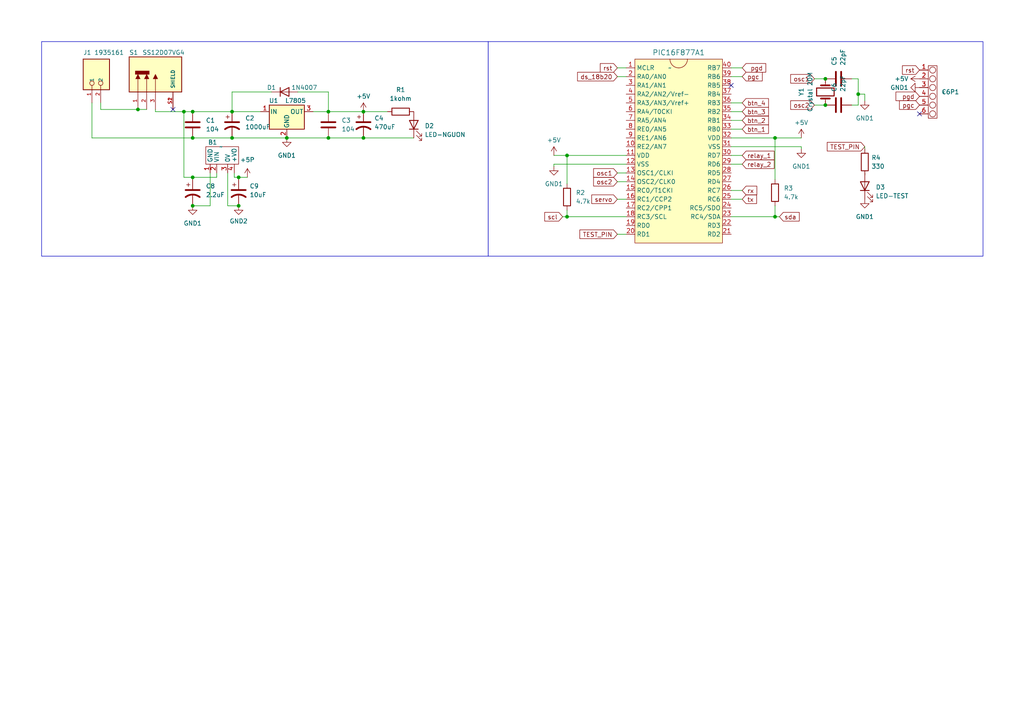
<source format=kicad_sch>
(kicad_sch (version 20230121) (generator eeschema)
  (paper "A4")
  (lib_symbols
    (symbol "Device:C" (pin_numbers hide) (pin_names (offset 0.254))
      (property "Reference" "C" (at 0.635 2.54 0))
      (property "Value" "C" (at 0.635 -2.54 0))
      (symbol "C_0_1"
        (polyline (pts (xy -2.032 -0.762) (xy 2.032 -0.762)) (stroke (width 0.508)))
        (polyline (pts (xy -2.032 0.762) (xy 2.032 0.762)) (stroke (width 0.508)))
      )
      (symbol "C_1_1"
        (pin passive line (at 0 3.81 270) (length 2.794) (name "~") (number "1"))
        (pin passive line (at 0 -3.81 90) (length 2.794) (name "~") (number "2"))
      )
    )
    (symbol "Device:C_Polarized_US" (pin_numbers hide) (pin_names (offset 0.254) hide)
      (property "Reference" "C" (at 0.635 2.54 0))
      (property "Value" "C_Polarized_US" (at 0.635 -2.54 0))
      (symbol "C_Polarized_US_0_1"
        (polyline (pts (xy -2.032 0.762) (xy 2.032 0.762)) (stroke (width 0.508)))
        (polyline (pts (xy -1.778 2.286) (xy -0.762 2.286)))
        (polyline (pts (xy -1.27 1.778) (xy -1.27 2.794)))
        (arc (start 2.032 -1.27) (mid 0 -0.5572) (end -2.032 -1.27) (stroke (width 0.508)))
      )
      (symbol "C_Polarized_US_1_1"
        (pin passive line (at 0 3.81 270) (length 2.794) (name "~") (number "1"))
        (pin passive line (at 0 -3.81 90) (length 3.302) (name "~") (number "2"))
      )
    )
    (symbol "Device:Crystal" (pin_numbers hide) (pin_names (offset 1.016) hide)
      (property "Reference" "Y" (at 0 3.81 0))
      (property "Value" "Crystal" (at 0 -3.81 0))
      (symbol "Crystal_0_1"
        (rectangle (start -1.143 2.54) (end 1.143 -2.54) (stroke (width 0.3048)))
        (polyline (pts (xy -2.54 0) (xy -1.905 0)))
        (polyline (pts (xy -1.905 -1.27) (xy -1.905 1.27)) (stroke (width 0.508)))
        (polyline (pts (xy 1.905 -1.27) (xy 1.905 1.27)) (stroke (width 0.508)))
        (polyline (pts (xy 2.54 0) (xy 1.905 0)))
      )
      (symbol "Crystal_1_1"
        (pin passive line (at -3.81 0 0) (length 1.27) (name "1") (number "1"))
        (pin passive line (at 3.81 0 180) (length 1.27) (name "2") (number "2"))
      )
    )
    (symbol "Device:D" (pin_numbers hide) (pin_names (offset 1.016) hide)
      (property "Reference" "D" (at 0 2.54 0))
      (property "Value" "D" (at 0 -2.54 0))
      (symbol "D_0_1"
        (polyline (pts (xy -1.27 1.27) (xy -1.27 -1.27)) (stroke (width 0.254)))
        (polyline (pts (xy 1.27 0) (xy -1.27 0)))
        (polyline (pts (xy 1.27 1.27) (xy 1.27 -1.27) (xy -1.27 0) (xy 1.27 1.27)) (stroke (width 0.254)))
      )
      (symbol "D_1_1"
        (pin passive line (at -3.81 0 0) (length 2.54) (name "K") (number "1"))
        (pin passive line (at 3.81 0 180) (length 2.54) (name "A") (number "2"))
      )
    )
    (symbol "Device:LED" (pin_numbers hide) (pin_names (offset 1.016) hide)
      (property "Reference" "D" (at 0 2.54 0))
      (property "Value" "LED" (at 0 -2.54 0))
      (symbol "LED_0_1"
        (polyline (pts (xy -1.27 -1.27) (xy -1.27 1.27)) (stroke (width 0.254)))
        (polyline (pts (xy -1.27 0) (xy 1.27 0)))
        (polyline (pts (xy 1.27 -1.27) (xy 1.27 1.27) (xy -1.27 0) (xy 1.27 -1.27)) (stroke (width 0.254)))
        (polyline (pts (xy -3.048 -0.762) (xy -4.572 -2.286) (xy -3.81 -2.286) (xy -4.572 -2.286) (xy -4.572 -1.524)))
        (polyline (pts (xy -1.778 -0.762) (xy -3.302 -2.286) (xy -2.54 -2.286) (xy -3.302 -2.286) (xy -3.302 -1.524)))
      )
      (symbol "LED_1_1"
        (pin passive line (at -3.81 0 0) (length 2.54) (name "K") (number "1"))
        (pin passive line (at 3.81 0 180) (length 2.54) (name "A") (number "2"))
      )
    )
    (symbol "Device:R" (pin_numbers hide) (pin_names (offset 0))
      (property "Reference" "R" (at 2.032 0 90))
      (property "Value" "R" (at 0 0 90))
      (symbol "R_0_1"
        (rectangle (start -1.016 -2.54) (end 1.016 2.54) (stroke (width 0.254)))
      )
      (symbol "R_1_1"
        (pin passive line (at 0 3.81 270) (length 1.27) (name "~") (number "1"))
        (pin passive line (at 0 -3.81 90) (length 1.27) (name "~") (number "2"))
      )
    )
    (symbol "Library_Thuan_V2:1935161" (pin_names (offset 1.016))
      (property "Reference" "J" (at -2.54 3.302 0))
      (property "Value" "1935161" (at -2.54 -7.62 0))
      (symbol "1935161_0_0"
        (rectangle (start -3.81 2.54) (end 5.08 -5.08) (stroke (width 0.254)) (fill (type background)))
        (circle (center -1.905 -2.54) (radius 0.635) (stroke (width 0.1524)))
        (circle (center -1.905 0) (radius 0.635) (stroke (width 0.1524)))
        (pin passive line (at -7.62 0 0) (length 5.08) (name "1") (number "1"))
        (pin passive line (at -7.62 -2.54 0) (length 5.08) (name "2") (number "2"))
      )
    )
    (symbol "Library_Thuan_V2:SS12D07VG4" (pin_names (offset 1.016))
      (property "Reference" "S" (at -5.08 8.89 0))
      (property "Value" "SS12D07VG4" (at -5.08 -8.89 0))
      (symbol "SS12D07VG4_0_0"
        (rectangle (start -5.08 -7.62) (end 5.08 7.62) (stroke (width 0.254)) (fill (type background)))
        (polyline (pts (xy -5.08 0) (xy -1.27 0)) (stroke (width 0.1524)))
        (polyline (pts (xy -5.08 2.54) (xy -1.27 2.54)) (stroke (width 0.1524)))
        (polyline (pts (xy -5.08 5.08) (xy -1.27 5.08)) (stroke (width 0.1524)))
        (polyline (pts (xy -1.27 0.635) (xy -1.27 -0.635) (xy 0 0) (xy -1.27 0.635)) (stroke (width 0.1524)) (fill (type outline)))
        (polyline (pts (xy -1.27 3.175) (xy -1.27 1.905) (xy 0 2.54) (xy -1.27 3.175)) (stroke (width 0.1524)) (fill (type outline)))
        (polyline (pts (xy -1.27 5.715) (xy -1.27 4.445) (xy 0 5.08) (xy -1.27 5.715)) (stroke (width 0.1524)) (fill (type outline)))
        (polyline (pts (xy 0 5.842) (xy 0 1.778) (xy 1.016 1.778) (xy 1.016 5.842) (xy 0 5.842)) (stroke (width 0.0254)) (fill (type outline)))
        (pin passive line (at -10.16 5.08 0) (length 5.08) (name "~") (number "1"))
        (pin passive line (at -10.16 2.54 0) (length 5.08) (name "~") (number "2"))
        (pin passive line (at -10.16 0 0) (length 5.08) (name "~") (number "3"))
        (pin passive line (at -10.16 -5.08 0) (length 5.08) (name "SHIELD") (number "S1"))
        (pin passive line (at -10.16 -5.08 0) (length 5.08) (name "SHIELD") (number "S2"))
      )
    )
    (symbol "Regulator_Linear:L7805" (pin_names (offset 0.254))
      (property "Reference" "U" (at -3.81 3.175 0))
      (property "Value" "L7805" (at 0 3.175 0))
      (symbol "L7805_0_1"
        (rectangle (start -5.08 1.905) (end 5.08 -5.08) (stroke (width 0.254)) (fill (type background)))
      )
      (symbol "L7805_1_1"
        (pin power_in line (at -7.62 0 0) (length 2.54) (name "IN") (number "1"))
        (pin power_in line (at 0 -7.62 90) (length 2.54) (name "GND") (number "2"))
        (pin power_out line (at 7.62 0 180) (length 2.54) (name "OUT") (number "3"))
      )
    )
    (symbol "library_thuan:B1205S-1WR3"
      (property "Reference" "B" (at 0 1.27 0))
      (symbol "B1205S-1WR3_0_1"
        (rectangle (start -4.445 0) (end 5.08 -5.08))
      )
      (symbol "B1205S-1WR3_1_1"
        (pin power_in line (at -3.175 -7.62 90) (length 2.54) (name "GND") (number "1"))
        (pin power_in line (at -1.27 -7.62 90) (length 2.54) (name "VIN") (number "2"))
        (pin power_out line (at 1.905 -7.62 90) (length 2.54) (name "0V") (number "3"))
        (pin power_out line (at 3.81 -7.62 90) (length 2.54) (name "+VO") (number "4"))
      )
    )
    (symbol "library_thuan:CONNECT_6PIN"
      (property "Reference" "C6P" (at 0 0 0))
      (symbol "CONNECT_6PIN_0_1"
        (rectangle (start -7.62 -1.905) (end 7.62 -4.445))
        (circle (center -6.35 -3.175) (radius 0.898))
        (circle (center -3.81 -3.175) (radius 0.898))
        (circle (center -1.27 -3.175) (radius 0.898))
        (circle (center 1.27 -3.175) (radius 0.898))
        (circle (center 3.81 -3.175) (radius 0.898))
        (circle (center 6.35 -3.175) (radius 0.898))
      )
      (symbol "CONNECT_6PIN_1_1"
        (pin input line (at -6.35 -6.985 90) (length 2.54) (name "") (number "1"))
        (pin input line (at -3.81 -6.985 90) (length 2.54) (name "") (number "2"))
        (pin input line (at -1.27 -6.985 90) (length 2.54) (name "") (number "3"))
        (pin input line (at 1.27 -6.985 90) (length 2.54) (name "") (number "4"))
        (pin input line (at 3.81 -6.985 90) (length 2.54) (name "") (number "5"))
        (pin input line (at 6.35 -6.985 90) (length 2.54) (name "") (number "6"))
      )
    )
    (symbol "library_thuan:pic16f877a"
      (property "Reference" "PIC16F877A" (at 5.08 -20.32 90))
      (symbol "pic16f877a_1_1"
        (rectangle (start -7.62 2.54) (end 17.78 -50.8) (fill (type background)))
        (arc (start 2.54 2.54) (mid 3.2839 0.7439) (end 5.08 0))
        (arc (start 5.08 0) (mid 6.8761 0.7439) (end 7.62 2.54))
        (pin input line (at -10.16 0 0) (length 2.54) (name "MCLR") (number "1"))
        (pin bidirectional line (at -10.16 -22.86 0) (length 2.54) (name "RE2/AN7") (number "10"))
        (pin power_out line (at -10.16 -25.4 0) (length 2.54) (name "VDD") (number "11"))
        (pin power_in line (at -10.16 -27.94 0) (length 2.54) (name "VSS") (number "12"))
        (pin bidirectional line (at -10.16 -30.48 0) (length 2.54) (name "OSC1/CLKI") (number "13"))
        (pin bidirectional line (at -10.16 -33.02 0) (length 2.54) (name "OSC2/CLK0") (number "14"))
        (pin bidirectional line (at -10.16 -35.56 0) (length 2.54) (name "RC0/T1CKI") (number "15"))
        (pin bidirectional line (at -10.16 -38.1 0) (length 2.54) (name "RC1/CCP2") (number "16"))
        (pin bidirectional line (at -10.16 -40.64 0) (length 2.54) (name "RC2/CPP1") (number "17"))
        (pin bidirectional line (at -10.16 -43.18 0) (length 2.54) (name "RC3/SCL") (number "18"))
        (pin bidirectional line (at -10.16 -45.72 0) (length 2.54) (name "RD0") (number "19"))
        (pin bidirectional line (at -10.16 -2.54 0) (length 2.54) (name "RA0/AN0") (number "2"))
        (pin bidirectional line (at -10.16 -48.26 0) (length 2.54) (name "RD1") (number "20"))
        (pin bidirectional line (at 20.32 -48.26 180) (length 2.54) (name "RD2") (number "21"))
        (pin bidirectional line (at 20.32 -45.72 180) (length 2.54) (name "RD3") (number "22"))
        (pin bidirectional line (at 20.32 -43.18 180) (length 2.54) (name "RC4/SDA") (number "23"))
        (pin bidirectional line (at 20.32 -40.64 180) (length 2.54) (name "RC5/SDO") (number "24"))
        (pin bidirectional line (at 20.32 -38.1 180) (length 2.54) (name "RC6") (number "25"))
        (pin bidirectional line (at 20.32 -35.56 180) (length 2.54) (name "RC7") (number "26"))
        (pin bidirectional line (at 20.32 -33.02 180) (length 2.54) (name "RD4") (number "27"))
        (pin bidirectional line (at 20.32 -30.48 180) (length 2.54) (name "RD5") (number "28"))
        (pin bidirectional line (at 20.32 -27.94 180) (length 2.54) (name "RD6") (number "29"))
        (pin bidirectional line (at -10.16 -5.08 0) (length 2.54) (name "RA1/AN1") (number "3"))
        (pin bidirectional line (at 20.32 -25.4 180) (length 2.54) (name "RD7") (number "30"))
        (pin power_in line (at 20.32 -22.86 180) (length 2.54) (name "VSS") (number "31"))
        (pin power_out line (at 20.32 -20.32 180) (length 2.54) (name "VDD") (number "32"))
        (pin bidirectional line (at 20.32 -17.78 180) (length 2.54) (name "RB0") (number "33"))
        (pin bidirectional line (at 20.32 -15.24 180) (length 2.54) (name "RB1") (number "34"))
        (pin bidirectional line (at 20.32 -12.7 180) (length 2.54) (name "RB2") (number "35"))
        (pin bidirectional line (at 20.32 -10.16 180) (length 2.54) (name "RB3") (number "36"))
        (pin bidirectional line (at 20.32 -7.62 180) (length 2.54) (name "RB4") (number "37"))
        (pin bidirectional line (at 20.32 -5.08 180) (length 2.54) (name "RB5") (number "38"))
        (pin bidirectional line (at 20.32 -2.54 180) (length 2.54) (name "RB6") (number "39"))
        (pin bidirectional line (at -10.16 -7.62 0) (length 2.54) (name "RA2/AN2/Vref-") (number "4"))
        (pin bidirectional line (at 20.32 0 180) (length 2.54) (name "RB7") (number "40"))
        (pin bidirectional line (at -10.16 -10.16 0) (length 2.54) (name "RA3/AN3/Vref+") (number "5"))
        (pin bidirectional line (at -10.16 -12.7 0) (length 2.54) (name "RA4/T0CKI") (number "6"))
        (pin bidirectional line (at -10.16 -15.24 0) (length 2.54) (name "RA5/AN4") (number "7"))
        (pin bidirectional line (at -10.16 -17.78 0) (length 2.54) (name "RE0/AN5") (number "8"))
        (pin bidirectional line (at -10.16 -20.32 0) (length 2.54) (name "RE1/AN6") (number "9"))
      )
    )
    (symbol "power:+5P" (power) (pin_names (offset 0))
      (property "Value" "+5P" (at 0 3.556 0))
      (symbol "+5P_0_1"
        (polyline (pts (xy -0.762 1.27) (xy 0 2.54)))
        (polyline (pts (xy 0 0) (xy 0 2.54)))
        (polyline (pts (xy 0 2.54) (xy 0.762 1.27)))
      )
      (symbol "+5P_1_1"
        (pin power_in line (at 0 0 90) (length 0) hide (name "+5P") (number "1"))
      )
    )
    (symbol "power:+5V" (power) (pin_names (offset 0))
      (property "Value" "+5V" (at 0 3.556 0))
      (symbol "+5V_0_1"
        (polyline (pts (xy -0.762 1.27) (xy 0 2.54)))
        (polyline (pts (xy 0 0) (xy 0 2.54)))
        (polyline (pts (xy 0 2.54) (xy 0.762 1.27)))
      )
      (symbol "+5V_1_1"
        (pin power_in line (at 0 0 90) (length 0) hide (name "+5V") (number "1"))
      )
    )
    (symbol "power:GND1" (power) (pin_names (offset 0))
      (property "Value" "GND1" (at 0 -3.81 0))
      (symbol "GND1_0_1"
        (polyline (pts (xy 0 0) (xy 0 -1.27) (xy 1.27 -1.27) (xy 0 -2.54) (xy -1.27 -1.27) (xy 0 -1.27)))
      )
      (symbol "GND1_1_1"
        (pin power_in line (at 0 0 270) (length 0) hide (name "GND1") (number "1"))
      )
    )
    (symbol "power:GND2" (power) (pin_names (offset 0))
      (property "Value" "GND2" (at 0 -3.81 0))
      (symbol "GND2_0_1"
        (polyline (pts (xy 0 0) (xy 0 -1.27) (xy 1.27 -1.27) (xy 0 -2.54) (xy -1.27 -1.27) (xy 0 -1.27)))
      )
      (symbol "GND2_1_1"
        (pin power_in line (at 0 0 270) (length 0) hide (name "GND2") (number "1"))
      )
    )
  )
  (junction (at 69.215 59.69))
  (junction (at 69.215 51.435))
  (junction (at 40.005 31.75))
  (junction (at 55.88 59.69))
  (junction (at 83.185 40.005))
  (junction (at 105.41 40.005))
  (junction (at 224.79 40.005))
  (junction (at 164.465 45.085))
  (junction (at 239.395 30.48))
  (junction (at 105.41 32.385))
  (junction (at 248.92 27.305))
  (junction (at 67.31 32.385))
  (junction (at 67.31 40.005))
  (junction (at 53.34 32.385))
  (junction (at 55.88 40.005))
  (junction (at 55.88 32.385))
  (junction (at 224.79 62.865))
  (junction (at 95.25 32.385))
  (junction (at 55.88 51.435))
  (junction (at 95.25 40.005))
  (junction (at 239.395 22.86))
  (junction (at 164.465 62.865))
  (no_connect (at 212.09 24.765))
  (no_connect (at 266.7 33.02))
  (no_connect (at 50.165 31.75))
  (wire (pts (xy 67.945 51.435) (xy 67.945 50.165)))
  (wire (pts (xy 250.825 27.305) (xy 248.92 27.305)))
  (wire (pts (xy 66.04 50.165) (xy 66.04 59.69)))
  (wire (pts (xy 90.805 32.385) (xy 95.25 32.385)))
  (wire (pts (xy 26.67 40.005) (xy 55.88 40.005)))
  (wire (pts (xy 250.825 29.21) (xy 250.825 27.305)))
  (wire (pts (xy 66.04 59.69) (xy 69.215 59.69)))
  (wire (pts (xy 62.865 51.435) (xy 55.88 51.435)))
  (wire (pts (xy 29.21 31.75) (xy 40.005 31.75)))
  (wire (pts (xy 95.25 26.67) (xy 86.36 26.67)))
  (wire (pts (xy 179.07 19.685) (xy 181.61 19.685)))
  (wire (pts (xy 212.09 40.005) (xy 224.79 40.005)))
  (wire (pts (xy 45.085 32.385) (xy 53.34 32.385)))
  (wire (pts (xy 212.09 34.925) (xy 215.265 34.925)))
  (wire (pts (xy 105.41 32.385) (xy 112.395 32.385)))
  (wire (pts (xy 212.09 57.785) (xy 215.265 57.785)))
  (wire (pts (xy 60.96 59.69) (xy 55.88 59.69)))
  (wire (pts (xy 45.085 31.75) (xy 45.085 32.385)))
  (wire (pts (xy 67.31 26.67) (xy 67.31 32.385)))
  (wire (pts (xy 69.215 51.435) (xy 69.215 52.07)))
  (wire (pts (xy 163.195 62.865) (xy 164.465 62.865)))
  (wire (pts (xy 29.21 29.845) (xy 29.21 31.75)))
  (wire (pts (xy 71.755 51.435) (xy 69.215 51.435)))
  (wire (pts (xy 247.015 22.86) (xy 248.92 22.86)))
  (wire (pts (xy 248.92 27.305) (xy 248.92 30.48)))
  (wire (pts (xy 212.09 32.385) (xy 215.265 32.385)))
  (wire (pts (xy 55.88 32.385) (xy 67.31 32.385)))
  (wire (pts (xy 62.865 50.165) (xy 62.865 51.435)))
  (wire (pts (xy 105.41 40.005) (xy 120.015 40.005)))
  (wire (pts (xy 215.265 47.625) (xy 212.09 47.625)))
  (wire (pts (xy 53.34 32.385) (xy 53.34 51.435)))
  (wire (pts (xy 53.34 32.385) (xy 55.88 32.385)))
  (wire (pts (xy 232.41 42.545) (xy 232.41 43.18)))
  (wire (pts (xy 212.09 37.465) (xy 215.265 37.465)))
  (wire (pts (xy 224.79 40.005) (xy 224.79 52.07)))
  (wire (pts (xy 78.74 26.67) (xy 67.31 26.67)))
  (wire (pts (xy 248.92 22.86) (xy 248.92 27.305)))
  (wire (pts (xy 212.09 29.845) (xy 215.265 29.845)))
  (wire (pts (xy 164.465 60.96) (xy 164.465 62.865)))
  (wire (pts (xy 212.09 55.245) (xy 215.265 55.245)))
  (wire (pts (xy 95.25 32.385) (xy 105.41 32.385)))
  (wire (pts (xy 164.465 45.085) (xy 164.465 53.34)))
  (wire (pts (xy 236.22 22.86) (xy 239.395 22.86)))
  (wire (pts (xy 236.22 30.48) (xy 239.395 30.48)))
  (wire (pts (xy 83.185 40.005) (xy 95.25 40.005)))
  (wire (pts (xy 160.655 47.625) (xy 160.655 48.26)))
  (wire (pts (xy 164.465 45.085) (xy 181.61 45.085)))
  (wire (pts (xy 247.015 30.48) (xy 248.92 30.48)))
  (wire (pts (xy 212.09 62.865) (xy 224.79 62.865)))
  (wire (pts (xy 215.265 45.085) (xy 212.09 45.085)))
  (wire (pts (xy 179.07 22.225) (xy 181.61 22.225)))
  (wire (pts (xy 224.79 40.005) (xy 232.41 40.005)))
  (wire (pts (xy 26.67 29.845) (xy 26.67 40.005)))
  (wire (pts (xy 215.265 22.225) (xy 212.09 22.225)))
  (wire (pts (xy 179.07 50.165) (xy 181.61 50.165)))
  (wire (pts (xy 250.825 50.8) (xy 250.825 50.165)))
  (wire (pts (xy 95.25 32.385) (xy 95.25 26.67)))
  (wire (pts (xy 67.31 40.005) (xy 83.185 40.005)))
  (wire (pts (xy 179.07 67.945) (xy 181.61 67.945)))
  (wire (pts (xy 60.96 50.165) (xy 60.96 59.69)))
  (wire (pts (xy 224.79 59.69) (xy 224.79 62.865)))
  (wire (pts (xy 160.655 45.085) (xy 164.465 45.085)))
  (wire (pts (xy 250.825 43.18) (xy 250.825 42.545)))
  (wire (pts (xy 55.88 51.435) (xy 55.88 52.07)))
  (wire (pts (xy 181.61 47.625) (xy 160.655 47.625)))
  (wire (pts (xy 67.31 32.385) (xy 75.565 32.385)))
  (wire (pts (xy 212.09 42.545) (xy 232.41 42.545)))
  (wire (pts (xy 55.88 51.435) (xy 53.34 51.435)))
  (wire (pts (xy 40.005 31.75) (xy 42.545 31.75)))
  (wire (pts (xy 164.465 62.865) (xy 181.61 62.865)))
  (wire (pts (xy 67.945 51.435) (xy 69.215 51.435)))
  (wire (pts (xy 215.265 19.685) (xy 212.09 19.685)))
  (wire (pts (xy 95.25 40.005) (xy 105.41 40.005)))
  (wire (pts (xy 179.07 52.705) (xy 181.61 52.705)))
  (wire (pts (xy 55.88 40.005) (xy 67.31 40.005)))
  (wire (pts (xy 224.79 62.865) (xy 226.06 62.865)))
  (wire (pts (xy 179.07 57.785) (xy 181.61 57.785)))
  (rectangle (start 141.605 12.065) (end 285.115 74.295))
  (rectangle (start 12.065 12.065) (end 141.605 74.295))
  (global_label "btn_2" (shape input) (at 215.265 34.925 0) (property "Intersheetrefs" "${INTERSHEET_REFS}" (effects hide)))
  (global_label "servo" (shape input) (at 179.07 57.785 180) (property "Intersheetrefs" "${INTERSHEET_REFS}" (effects hide)))
  (global_label "osc1" (shape input) (at 236.22 22.86 180) (property "Intersheetrefs" "${INTERSHEET_REFS}" (effects hide)))
  (global_label "scl" (shape input) (at 163.195 62.865 180) (property "Intersheetrefs" "${INTERSHEET_REFS}" (effects hide)))
  (global_label " pgd" (shape input) (at 266.7 27.94 180) (property "Intersheetrefs" "${INTERSHEET_REFS}" (effects hide)))
  (global_label "rst" (shape input) (at 179.07 19.685 180) (property "Intersheetrefs" "${INTERSHEET_REFS}" (effects hide)))
  (global_label "tx" (shape input) (at 215.265 57.785 0) (property "Intersheetrefs" "${INTERSHEET_REFS}" (effects hide)))
  (global_label "osc1" (shape input) (at 179.07 50.165 180) (property "Intersheetrefs" "${INTERSHEET_REFS}" (effects hide)))
  (global_label " pgd" (shape input) (at 215.265 19.685 0) (property "Intersheetrefs" "${INTERSHEET_REFS}" (effects hide)))
  (global_label "pgc" (shape input) (at 215.265 22.225 0) (property "Intersheetrefs" "${INTERSHEET_REFS}" (effects hide)))
  (global_label "osc2" (shape input) (at 236.22 30.48 180) (property "Intersheetrefs" "${INTERSHEET_REFS}" (effects hide)))
  (global_label "btn_1" (shape input) (at 215.265 37.465 0) (property "Intersheetrefs" "${INTERSHEET_REFS}" (effects hide)))
  (global_label "TEST_PIN" (shape input) (at 250.825 42.545 180) (property "Intersheetrefs" "${INTERSHEET_REFS}" (effects hide)))
  (global_label "ds_18b20" (shape input) (at 179.07 22.225 180) (property "Intersheetrefs" "${INTERSHEET_REFS}" (effects hide)))
  (global_label "rst" (shape input) (at 266.7 20.32 180) (property "Intersheetrefs" "${INTERSHEET_REFS}" (effects hide)))
  (global_label "pgc" (shape input) (at 266.7 30.48 180) (property "Intersheetrefs" "${INTERSHEET_REFS}" (effects hide)))
  (global_label "TEST_PIN" (shape input) (at 179.07 67.945 180) (property "Intersheetrefs" "${INTERSHEET_REFS}" (effects hide)))
  (global_label "sda" (shape input) (at 226.06 62.865 0) (property "Intersheetrefs" "${INTERSHEET_REFS}" (effects hide)))
  (global_label "rx" (shape input) (at 215.265 55.245 0) (property "Intersheetrefs" "${INTERSHEET_REFS}" (effects hide)))
  (global_label "btn_4" (shape input) (at 215.265 29.845 0) (property "Intersheetrefs" "${INTERSHEET_REFS}" (effects hide)))
  (global_label "relay_2" (shape input) (at 215.265 47.625 0) (property "Intersheetrefs" "${INTERSHEET_REFS}" (effects hide)))
  (global_label "relay_1" (shape input) (at 215.265 45.085 0) (property "Intersheetrefs" "${INTERSHEET_REFS}" (effects hide)))
  (global_label "osc2" (shape input) (at 179.07 52.705 180) (property "Intersheetrefs" "${INTERSHEET_REFS}" (effects hide)))
  (global_label "btn_3" (shape input) (at 215.265 32.385 0) (property "Intersheetrefs" "${INTERSHEET_REFS}" (effects hide)))
  (symbol (lib_id "Library_Thuan_V2:1935161") (at 26.67 22.225 90) (unit 1)
    (property "Reference" "J1" (at 24.13 15.24 90) (effects (justify right)))
    (property "Value" "1935161" (at 27.305 15.24 90) (effects (justify right)))
    (property "Footprint" "Library_Thuan_V2:PHOENIX_1935161" (effects hide))
    (property "Datasheet" "https://www.thegioiic.com/kf128-2-v-domino-2-chan-thang-5mm-300v-10a-han-pcb-loai-tot" (effects hide))
    (property "MF" "Phoenix Contact" (effects hide))
    (property "MAXIMUM_PACKAGE_HEIGHT" "11.45mm" (effects hide))
    (property "Package" "None" (effects hide))
    (property "Price" "None" (effects hide))
    (property "Check_prices" "https://www.snapeda.com/parts/1935161/Phoenix+Contact/view-part/?ref=eda" (effects hide))
    (property "STANDARD" "Manufacturer Recommendations" (effects hide))
    (property "PARTREV" "14.12.2022" (effects hide))
    (property "SnapEDA_Link" "https://www.snapeda.com/parts/1935161/Phoenix+Contact/view-part/?ref=snap" (effects hide))
    (property "MP" "1935161" (effects hide))
    (property "Description" "\nPCB Terminal Screw 5mm 16AWG 400V 17.5A 2 Position COMBICON PT Series | Phoenix Contact 1935161\n" (effects hide))
    (property "Availability" "In Stock" (effects hide))
    (property "MANUFACTURER" "Phoenix Contact" (effects hide))
  )
  (symbol (lib_id "power:GND1") (at 83.185 40.005 0) (unit 1)
    (property "Reference" "#PWR02" (effects hide))
    (property "Value" "GND1" (at 83.185 45.085 0))
  )
  (symbol (lib_id "library_thuan:CONNECT_6PIN") (at 273.685 26.67 270) (unit 1)
    (property "Reference" "C6P1" (at 273.05 26.67 90) (effects (justify left)))
    (property "Value" "~" (at 273.685 26.67 0))
    (property "Footprint" "Library_Thuan_V2:CONNECT_6PIN" (effects hide))
  )
  (symbol (lib_id "power:GND1") (at 160.655 48.26 0) (unit 1)
    (property "Reference" "#PWR04" (effects hide))
    (property "Value" "GND1" (at 160.655 53.34 0))
  )
  (symbol (lib_id "Device:R") (at 116.205 32.385 90) (unit 1)
    (property "Reference" "R1" (at 116.205 26.035 90))
    (property "Value" "1kohm" (at 116.205 28.575 90))
    (property "Footprint" "Library_Thuan_V2:RES_DEFAULT" (effects hide))
    (property "Datasheet" "https://www.thegioiic.com/dien-tro-1-kohm-1-4w-5-4-vong-mau" (effects hide))
  )
  (symbol (lib_id "Library_Thuan_V2:SS12D07VG4") (at 45.085 21.59 90) (unit 1)
    (property "Reference" "S1" (at 37.465 15.24 90) (effects (justify right)))
    (property "Value" "SS12D07VG4" (at 41.275 15.24 90) (effects (justify right)))
    (property "Footprint" "Library_Thuan_V2:SW_SS12D07VG4" (effects hide))
    (property "Datasheet" "https://www.thegioiic.com/ss-12d07vg4-cong-tac-truot-5-chan-xuyen-lo-on-on-2p2t-0-5a" (effects hide))
    (property "MF" "Shouhan" (effects hide))
    (property "MAXIMUM_PACKAGE_HEIGHT" "8.7mm" (effects hide))
    (property "Package" "Package" (effects hide))
    (property "Price" "None" (effects hide))
    (property "Check_prices" "https://www.snapeda.com/parts/SS12D07VG4/Shouhan/view-part/?ref=eda" (effects hide))
    (property "STANDARD" "Manufacturer Recommendations" (effects hide))
    (property "PARTREV" "1" (effects hide))
    (property "SnapEDA_Link" "https://www.snapeda.com/parts/SS12D07VG4/Shouhan/view-part/?ref=snap" (effects hide))
    (property "MP" "SS12D07VG4" (effects hide))
    (property "Description" "\nSwitch Slide ON ON SPDT Top Slide 0.3A 30VDC PC Pins Bracket Mount/Through Hole Automotive Bulk\n" (effects hide))
    (property "Availability" "Not in stock" (effects hide))
    (property "MANUFACTURER" "Shouhan" (effects hide))
  )
  (symbol (lib_id "Device:C_Polarized_US") (at 55.88 55.88 0) (unit 1)
    (property "Reference" "C8" (at 59.69 53.975 0) (effects (justify left)))
    (property "Value" "2.2uF" (at 59.69 56.515 0) (effects (justify left)))
    (property "Footprint" "Library_Thuan_V2:CAP_2.2uF" (effects hide))
    (property "Datasheet" "https://www.thegioiic.com/tu-hoa-2-2uf-50v-4x7mm-xuyen-lo" (effects hide))
  )
  (symbol (lib_id "power:GND1") (at 250.825 29.21 0) (unit 1)
    (property "Reference" "#PWR07" (effects hide))
    (property "Value" "GND1" (at 250.825 34.29 0))
  )
  (symbol (lib_id "power:GND2") (at 69.215 59.69 0) (unit 1)
    (property "Reference" "#PWR036" (effects hide))
    (property "Value" "GND2" (at 69.215 64.135 0))
  )
  (symbol (lib_id "Device:C_Polarized_US") (at 105.41 36.195 0) (unit 1)
    (property "Reference" "C4" (at 108.585 34.29 0) (effects (justify left)))
    (property "Value" "470uF" (at 108.585 36.83 0) (effects (justify left)))
    (property "Footprint" "Library_Thuan_V2:CAP_470uF" (effects hide))
    (property "Datasheet" "https://www.thegioiic.com/tu-hoa-470uf-25v-8x12mm-xuyen-lo" (effects hide))
  )
  (symbol (lib_id "Device:C_Polarized_US") (at 69.215 55.88 0) (unit 1)
    (property "Reference" "C9" (at 72.39 53.975 0) (effects (justify left)))
    (property "Value" "10uF" (at 72.39 56.515 0) (effects (justify left)))
    (property "Footprint" "Library_Thuan_V2:CAP_10uF" (effects hide))
    (property "Datasheet" "https://www.thegioiic.com/tu-hoa-10uf-16v-4x7mm-xuyen-lo" (effects hide))
  )
  (symbol (lib_id "power:+5V") (at 232.41 40.005 0) (unit 1)
    (property "Reference" "#PWR05" (effects hide))
    (property "Value" "+5V" (at 232.41 35.56 0))
  )
  (symbol (lib_id "Regulator_Linear:L7805") (at 83.185 32.385 0) (unit 1)
    (property "Reference" "U1" (at 79.375 29.21 0))
    (property "Value" "L7805" (at 85.725 29.21 0))
    (property "Footprint" "L7805:TO255P1020X450X2000-3" (effects hide))
    (property "Datasheet" "http://www.st.com/content/ccc/resource/technical/document/datasheet/41/4f/b3/b0/12/d4/47/88/CD00000444.pdf/files/CD00000444.pdf/jcr:content/translations/en.CD00000444.pdf" (effects hide))
  )
  (symbol (lib_id "Device:C") (at 55.88 36.195 0) (unit 1)
    (property "Reference" "C1" (at 59.69 34.925 0) (effects (justify left)))
    (property "Value" "104" (at 59.69 37.465 0) (effects (justify left)))
    (property "Footprint" "Library_Thuan_V2:CAP_104" (effects hide))
    (property "Datasheet" "https://www.thegioiic.com/tu-gom-tron-100nf-0-1uf-50v" (effects hide))
  )
  (symbol (lib_id "library_thuan:B1205S-1WR3") (at 64.135 42.545 0) (unit 1)
    (property "Reference" "B1" (at 60.325 41.275 0) (effects (justify left)))
    (property "Value" "~" (at 64.135 42.545 0))
    (property "Footprint" "Library_Thuan_V2:B1205S-1WR3_12_5V" (effects hide))
    (property "Datasheet" "https://www.thegioiic.com/b1205s-1wr3-chuyen-doi-dc-dc-vao-12v-ra-5v-1w" (effects hide))
  )
  (symbol (lib_id "Device:Crystal") (at 239.395 26.67 90) (unit 1)
    (property "Reference" "Y1" (at 232.41 26.67 0))
    (property "Value" "Crystal 20M" (at 234.95 26.67 0))
    (property "Footprint" "Library_Thuan_V2:crytal_20M" (effects hide))
    (property "Datasheet" "https://www.thegioiic.com/thach-anh-20mhz-2-chan-dip-hc49-s" (effects hide))
  )
  (symbol (lib_id "Device:C") (at 243.205 30.48 90) (unit 1)
    (property "Reference" "C6" (at 241.935 26.67 0) (effects (justify left)))
    (property "Value" "22pF" (at 244.475 26.67 0) (effects (justify left)))
    (property "Footprint" "Library_Thuan_V2:CAP_104" (effects hide))
    (property "Datasheet" "https://www.thegioiic.com/tu-gom-tron-22pf-50v" (effects hide))
  )
  (symbol (lib_id "power:+5P") (at 71.755 51.435 0) (unit 1)
    (property "Reference" "#PWR037" (effects hide))
    (property "Value" "+5P" (at 71.755 46.355 0))
  )
  (symbol (lib_id "power:+5V") (at 160.655 45.085 0) (unit 1)
    (property "Reference" "#PWR03" (effects hide))
    (property "Value" "+5V" (at 160.655 40.64 0))
  )
  (symbol (lib_id "Device:R") (at 224.79 55.88 0) (unit 1)
    (property "Reference" "R3" (at 227.33 54.61 0) (effects (justify left)))
    (property "Value" "4.7k" (at 227.33 57.15 0) (effects (justify left)))
    (property "Footprint" "Library_Thuan_V2:RES_DEFAULT" (effects hide))
    (property "Datasheet" "https://www.thegioiic.com/dien-tro-4-7-kohm-1-4w-1-5-vong-mau" (effects hide))
  )
  (symbol (lib_id "Device:C") (at 95.25 36.195 0) (unit 1)
    (property "Reference" "C3" (at 99.06 34.925 0) (effects (justify left)))
    (property "Value" "104" (at 99.06 37.465 0) (effects (justify left)))
    (property "Footprint" "Library_Thuan_V2:CAP_104" (effects hide))
    (property "Datasheet" "https://www.thegioiic.com/tu-gom-tron-100nf-0-1uf-50v" (effects hide))
  )
  (symbol (lib_id "Device:LED") (at 120.015 36.195 90) (unit 1)
    (property "Reference" "D2" (at 123.19 36.5125 90) (effects (justify right)))
    (property "Value" "LED-NGUON" (at 123.19 39.0525 90) (effects (justify right)))
    (property "Footprint" "Library_Thuan_V2:LED_5MM" (effects hide))
    (property "Datasheet" "https://www.thegioiic.com/led-xanh-duong-5mm-chan-dai" (effects hide))
  )
  (symbol (lib_id "Device:R") (at 250.825 46.99 0) (unit 1)
    (property "Reference" "R4" (at 252.73 45.72 0) (effects (justify left)))
    (property "Value" "330" (at 252.73 48.26 0) (effects (justify left)))
    (property "Footprint" "Library_Thuan_V2:RES_DEFAULT" (effects hide))
    (property "Datasheet" "https://www.thegioiic.com/dien-tro-4-7-kohm-1-4w-1-5-vong-mau" (effects hide))
  )
  (symbol (lib_id "Device:R") (at 164.465 57.15 0) (unit 1)
    (property "Reference" "R2" (at 167.005 55.88 0) (effects (justify left)))
    (property "Value" "4.7k" (at 167.005 58.42 0) (effects (justify left)))
    (property "Footprint" "Library_Thuan_V2:RES_DEFAULT" (effects hide))
    (property "Datasheet" "https://www.thegioiic.com/dien-tro-4-7-kohm-1-4w-1-5-vong-mau" (effects hide))
  )
  (symbol (lib_id "Device:C_Polarized_US") (at 67.31 36.195 0) (unit 1)
    (property "Reference" "C2" (at 71.12 34.29 0) (effects (justify left)))
    (property "Value" "1000uF" (at 71.12 36.83 0) (effects (justify left)))
    (property "Footprint" "Library_Thuan_V2:CAP_1000uF" (effects hide))
    (property "Datasheet" "https://www.thegioiic.com/tu-hoa-1000uf-25v-10x17mm-xuyen-lo" (effects hide))
  )
  (symbol (lib_id "Device:D") (at 82.55 26.67 0) (unit 1)
    (property "Reference" "D1" (at 78.74 25.4 0))
    (property "Value" "1N4007" (at 88.265 25.4 0))
    (property "Footprint" "Library_Thuan_V2:1N4007" (effects hide))
    (property "Datasheet" "https://www.thegioiic.com/1n4007-diode-chinh-luu-1a-1kv" (effects hide))
    (property "Sim.Device" "D" (effects hide))
    (property "Sim.Pins" "1=K 2=A" (effects hide))
  )
  (symbol (lib_id "power:GND1") (at 250.825 57.785 0) (unit 1)
    (property "Reference" "#PWR010" (effects hide))
    (property "Value" "GND1" (at 250.825 62.865 0))
  )
  (symbol (lib_id "power:GND1") (at 55.88 59.69 0) (unit 1)
    (property "Reference" "#PWR035" (effects hide))
    (property "Value" "GND1" (at 55.88 64.77 0))
  )
  (symbol (lib_id "Device:C") (at 243.205 22.86 90) (unit 1)
    (property "Reference" "C5" (at 241.935 19.05 0) (effects (justify left)))
    (property "Value" "22pF" (at 244.475 19.05 0) (effects (justify left)))
    (property "Footprint" "Library_Thuan_V2:CAP_104" (effects hide))
    (property "Datasheet" "https://www.thegioiic.com/tu-gom-tron-22pf-50v" (effects hide))
  )
  (symbol (lib_id "power:GND1") (at 266.7 25.4 270) (mirror x) (unit 1)
    (property "Reference" "#PWR09" (effects hide))
    (property "Value" "GND1" (at 263.525 25.4 90) (effects (justify right)))
  )
  (symbol (lib_id "Device:LED") (at 250.825 53.975 90) (unit 1)
    (property "Reference" "D3" (at 254 54.2925 90) (effects (justify right)))
    (property "Value" "LED-TEST" (at 254 56.8325 90) (effects (justify right)))
    (property "Footprint" "Library_Thuan_V2:LED_5MM" (effects hide))
    (property "Datasheet" "https://www.thegioiic.com/led-xanh-duong-5mm-chan-dai" (effects hide))
  )
  (symbol (lib_id "power:+5V") (at 266.7 22.86 90) (unit 1)
    (property "Reference" "#PWR08" (effects hide))
    (property "Value" "+5V" (at 263.525 22.86 90) (effects (justify left)))
  )
  (symbol (lib_id "power:GND1") (at 232.41 43.18 0) (unit 1)
    (property "Reference" "#PWR06" (effects hide))
    (property "Value" "GND1" (at 232.41 48.26 0))
  )
  (symbol (lib_id "library_thuan:pic16f877a") (at 191.77 19.685 0) (unit 1)
    (property "Reference" "PIC16F877A1" (at 196.85 15.24 0) (effects (font (size 1.52 1.52))))
    (property "Value" "~" (at 194.31 19.685 0))
    (property "Footprint" "Library_Thuan_V2:PIC_16F877A" (effects hide))
    (property "Datasheet" "https://www.thegioiic.com/de-ic-40-chan-vuong-hai-hang-2-54mm-1a-60vac" (effects hide))
  )
  (symbol (lib_id "power:+5V") (at 105.41 32.385 0) (unit 1)
    (property "Reference" "#PWR01" (effects hide))
    (property "Value" "+5V" (at 105.41 27.94 0))
  )
)
</source>
